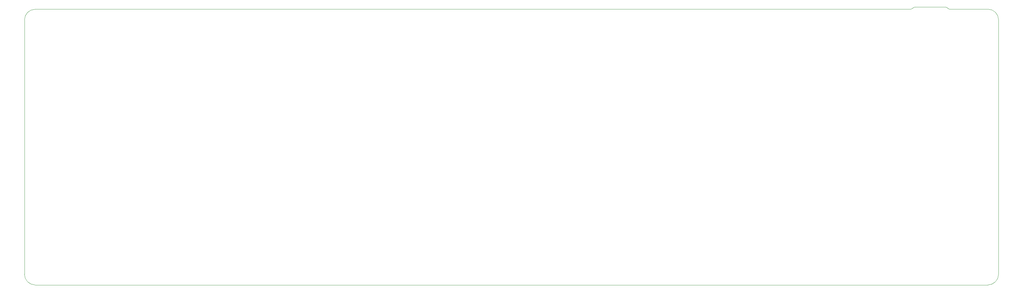
<source format=gbr>
%TF.GenerationSoftware,KiCad,Pcbnew,(5.1.12)-1*%
%TF.CreationDate,2022-01-18T19:30:36-06:00*%
%TF.ProjectId,bottom,626f7474-6f6d-42e6-9b69-6361645f7063,rev?*%
%TF.SameCoordinates,Original*%
%TF.FileFunction,Profile,NP*%
%FSLAX46Y46*%
G04 Gerber Fmt 4.6, Leading zero omitted, Abs format (unit mm)*
G04 Created by KiCad (PCBNEW (5.1.12)-1) date 2022-01-18 19:30:36*
%MOMM*%
%LPD*%
G01*
G04 APERTURE LIST*
%TA.AperFunction,Profile*%
%ADD10C,0.050000*%
%TD*%
G04 APERTURE END LIST*
D10*
X74404220Y-78861920D02*
X318560450Y-78835250D01*
X74401680Y-155846780D02*
X340658450Y-155848050D01*
X71401940Y-152847040D02*
X71414640Y-81851500D01*
X74401680Y-155846780D02*
G75*
G02*
X71401940Y-152847040I0J2999740D01*
G01*
X71414640Y-81851500D02*
G75*
G02*
X74404220Y-78861920I2989580J0D01*
G01*
X319195450Y-78835250D02*
X318560450Y-78835250D01*
X320084450Y-78200250D02*
X319195450Y-78835250D01*
X329863450Y-78835250D02*
X329914250Y-78835250D01*
X328974450Y-78200250D02*
X329863450Y-78835250D01*
X320084450Y-78200250D02*
X328974450Y-78200250D01*
X343655650Y-152850850D02*
X343655650Y-81832450D01*
X343655650Y-152850850D02*
G75*
G02*
X340658450Y-155848050I-2997200J0D01*
G01*
X329914250Y-78835250D02*
X340658450Y-78835250D01*
X340658450Y-78835250D02*
G75*
G02*
X343655650Y-81832450I0J-2997200D01*
G01*
M02*

</source>
